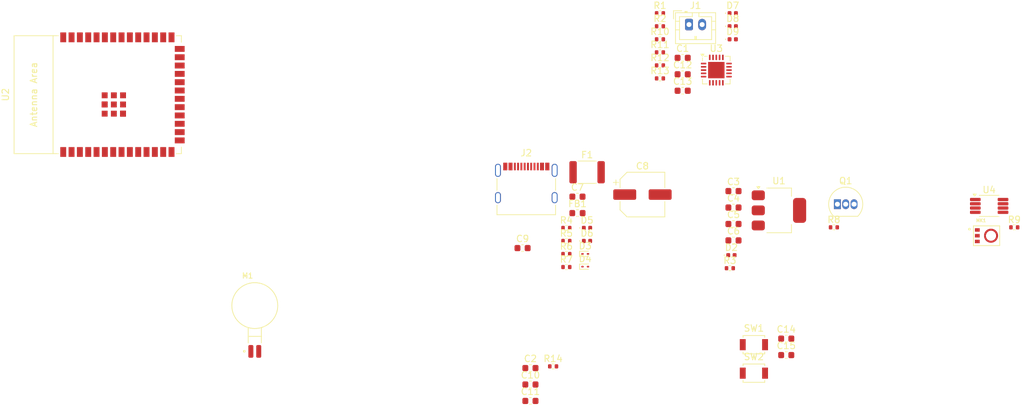
<source format=kicad_pcb>
(kicad_pcb (version 20240108) (generator "pcbnew") (generator_version "8.0")
  (layers (0 "F.Cu" signal) (31 "B.Cu" signal) (34 "B.Paste" user) (35 "F.Paste" user) (36 "B.SilkS" user "B.Silkscreen") (37 "F.SilkS" user "F.Silkscreen") (38 "B.Mask" user) (39 "F.Mask" user) (44 "Edge.Cuts" user))
  (net 0 "")
  (net 1 "PWRU_IN")
  (net 2 "Net-(C8-Pad1)")
  (net 3 "USBC_D.N")
  (net 4 "USBC_D.P")
  (net 5 "Net-(D5-A)")
  (net 6 "Net-(M1-V-)")
  (net 7 "GND")
  (net 8 "VCC_3V3")
  (net 9 "Net-(D2-A)")
  (net 10 "OUT+")
  (net 28 "+3V3")
  (net 34 "Net-(D6-A)")
  (net 35 "+5V")
  (net 36 "Net-(J2-CC2)")
  (net 40 "Net-(J2-CC1)")
  (net 44 "+3.3V")
  (net 45 "Net-(Q1-B)")
  (net 46 "OUT-")
  (net 47 "Net-(R9-Pad1)")
  (net 48 "Net-(R9-Pad2)")
  (net 49 "GPIO_2")
  (net 50 "GPIO_3")
  (net 51 "V_SYSTEM")
  (net 52 "Net-(D7-A)")
  (net 53 "Net-(D8-A)")
  (net 54 "Net-(D9-A)")
  (net 55 "Net-(U3-PROG1)")
  (net 56 "Net-(U3-PROG3)")
  (net 57 "Net-(U3-THERM)")
  (net 58 "CHRGING_LED")
  (net 59 "CHRG_COMPLETE")
  (net 62 "GPIO_11")
  (net 63 "GPIO_12")
  (net 64 "GPIO_10")
  (net 65 "GPIO_9")
  (net 66 "GPIO_4")
  (net 67 "GPIO_8")
  (net 68 "GPIO_5")
  (net 69 "V_BATT")
  (net 70 "EN")
  (net 71 "BOOT")
  (footprint "Capacitor_SMD:C_0603_1608Metric" (layer "F.Cu") (at 156.4325 55.14)
    (property "Reference" "C12" (at 0 -1.43 0) (layer "F.SilkS"))
    (property "Value" "4.7u")
    (pad "1" smd roundrect (at -0.775 0) (size 0.9 0.95) (layers "F.Cu" "F.Paste" "F.Mask") (net 51 "V_SYSTEM"))
    (pad "2" smd roundrect (at 0.775 0) (size 0.9 0.95) (layers "F.Cu" "F.Paste" "F.Mask") (net 7 "GND"))
  )
  (footprint "Capacitor_SMD:C_0603_1608Metric" (layer "F.Cu") (at 156.4325 52.63)
    (property "Reference" "C1" (at 0 -1.43 0) (layer "F.SilkS"))
    (property "Value" "4.7u")
    (pad "1" smd roundrect (at -0.775 0) (size 0.9 0.95) (layers "F.Cu" "F.Paste" "F.Mask") (net 69 "V_BATT"))
    (pad "2" smd roundrect (at 0.775 0) (size 0.9 0.95) (layers "F.Cu" "F.Paste" "F.Mask") (net 7 "GND"))
  )
  (footprint "Connector_JST:JST_PH_B2B-PH-K_1x02_P2.00mm_Vertical" (layer "F.Cu") (at 157.4025 47.55)
    (property "Reference" "J1" (at 1 -2.9 0) (layer "F.SilkS"))
    (property "Value" "Conn_01x02_Pin")
    (pad "1" thru_hole roundrect (at 0 0) (size 1.2 1.75) (drill 0.75) (layers "*.Cu" "*.Mask") (roundrect_rratio 0.208333) (net 69 "V_BATT"))
    (pad "2" thru_hole oval (at 2 0) (size 1.2 1.75) (drill 0.75) (layers "*.Cu" "*.Mask") (net 7 "GND"))
  )
  (footprint "Package_DFN_QFN:QFN-20-1EP_4x4mm_P0.5mm_EP2.5x2.5mm" (layer "F.Cu") (at 161.5625 54.5)
    (property "Reference" "U3" (at 0 -3.3 0) (layer "F.SilkS"))
    (property "Value" "MCP73871")
    (pad "1" smd roundrect (at -1.9375 -1) (size 0.825 0.25) (layers "F.Cu" "F.Paste" "F.Mask") (net 51 "V_SYSTEM"))
    (pad "2" smd roundrect (at -1.9375 -0.5) (size 0.825 0.25) (layers "F.Cu" "F.Paste" "F.Mask") (net 1 "PWRU_IN"))
    (pad "3" smd roundrect (at -1.9375 0) (size 0.825 0.25) (layers "F.Cu" "F.Paste" "F.Mask") (net 7 "GND"))
    (pad "4" smd roundrect (at -1.9375 0.5) (size 0.825 0.25) (layers "F.Cu" "F.Paste" "F.Mask") (net 1 "PWRU_IN"))
    (pad "5" smd roundrect (at -1.9375 1) (size 0.825 0.25) (layers "F.Cu" "F.Paste" "F.Mask") (net 57 "Net-(U3-THERM)"))
    (pad "6" smd roundrect (at -1 1.9375) (size 0.25 0.825) (layers "F.Cu" "F.Paste" "F.Mask") (net 67 "GPIO_8"))
    (pad "7" smd roundrect (at -0.5 1.9375) (size 0.25 0.825) (layers "F.Cu" "F.Paste" "F.Mask") (net 59 "CHRG_COMPLETE"))
    (pad "8" smd roundrect (at 0 1.9375) (size 0.25 0.825) (layers "F.Cu" "F.Paste" "F.Mask") (net 58 "CHRGING_LED"))
    (pad "9" smd roundrect (at 0.5 1.9375) (size 0.25 0.825) (layers "F.Cu" "F.Paste" "F.Mask"))
    (pad "10" smd roundrect (at 1 1.9375) (size 0.25 0.825) (layers "F.Cu" "F.Paste" "F.Mask") (net 7 "GND"))
    (pad "11" smd roundrect (at 1.9375 1) (size 0.825 0.25) (layers "F.Cu" "F.Paste" "F.Mask") (net 7 "GND"))
    (pad "12" smd roundrect (at 1.9375 0.5) (size 0.825 0.25) (layers "F.Cu" "F.Paste" "F.Mask") (net 56 "Net-(U3-PROG3)"))
    (pad "13" smd roundrect (at 1.9375 0) (size 0.825 0.25) (layers "F.Cu" "F.Paste" "F.Mask") (net 55 "Net-(U3-PROG1)"))
    (pad "14" smd roundrect (at 1.9375 -0.5) (size 0.825 0.25) (layers "F.Cu" "F.Paste" "F.Mask") (net 69 "V_BATT"))
    (pad "15" smd roundrect (at 1.9375 -1) (size 0.825 0.25) (layers "F.Cu" "F.Paste" "F.Mask") (net 69 "V_BATT"))
    (pad "16" smd roundrect (at 1 -1.9375) (size 0.25 0.825) (layers "F.Cu" "F.Paste" "F.Mask") (net 69 "V_BATT"))
    (pad "17" smd roundrect (at 0.5 -1.9375) (size 0.25 0.825) (layers "F.Cu" "F.Paste" "F.Mask"))
    (pad "18" smd roundrect (at 0 -1.9375) (size 0.25 0.825) (layers "F.Cu" "F.Paste" "F.Mask") (net 1 "PWRU_IN"))
    (pad "19" smd roundrect (at -0.5 -1.9375) (size 0.25 0.825) (layers "F.Cu" "F.Paste" "F.Mask") (net 1 "PWRU_IN"))
    (pad "20" smd roundrect (at -1 -1.9375) (size 0.25 0.825) (layers "F.Cu" "F.Paste" "F.Mask") (net 51 "V_SYSTEM"))
    (pad "21" smd rect (at 0 0) (size 2.5 2.5) (property pad_prop_heatsink) (layers "F.Cu" "F.Mask") (net 7 "GND"))
  )
  (footprint "Package_TO_SOT_SMD:SOT-223-3_TabPin2" (layer "F.Cu") (at 171.11 75.915)
    (property "Reference" "U1" (at 0 -4.5 0) (layer "F.SilkS"))
    (property "Value" "AMS1117-3.3")
    (pad "1" smd roundrect (at -3.15 -2.3) (size 2 1.5) (layers "F.Cu" "F.Paste" "F.Mask") (net 7 "GND"))
    (pad "2" smd roundrect (at -3.15 0) (size 2 1.5) (layers "F.Cu" "F.Paste" "F.Mask") (net 8 "VCC_3V3"))
    (pad "2" smd roundrect (at 3.15 0) (size 2 3.8) (layers "F.Cu" "F.Paste" "F.Mask") (net 8 "VCC_3V3"))
    (pad "3" smd roundrect (at -3.15 2.3) (size 2 1.5) (layers "F.Cu" "F.Paste" "F.Mask") (net 69 "V_BATT"))
  )
  (footprint "Resistor_SMD:R_0402_1005Metric" (layer "F.Cu") (at 206.99 78.5)
    (property "Reference" "R9" (at 0 -1.17 0) (layer "F.SilkS"))
    (property "Value" "10k")
    (pad "1" smd roundrect (at -0.51 0) (size 0.54 0.64) (layers "F.Cu" "F.Paste" "F.Mask") (net 47 "Net-(R9-Pad1)"))
    (pad "2" smd roundrect (at 0.51 0) (size 0.54 0.64) (layers "F.Cu" "F.Paste" "F.Mask") (net 48 "Net-(R9-Pad2)"))
  )
  (footprint "Package_TO_SOT_THT:TO-92_Inline" (layer "F.Cu") (at 180.02 74.97)
    (property "Reference" "Q1" (at 1.27 -3.56 0) (layer "F.SilkS"))
    (property "Value" "2N3904")
    (pad "1" thru_hole rect (at 0 0) (size 1.05 1.5) (drill 0.75) (layers "*.Cu" "*.Mask") (net 7 "GND"))
    (pad "2" thru_hole oval (at 1.27 0) (size 1.05 1.5) (drill 0.75) (layers "*.Cu" "*.Mask") (net 45 "Net-(Q1-B)"))
    (pad "3" thru_hole oval (at 2.54 0) (size 1.05 1.5) (drill 0.75) (layers "*.Cu" "*.Mask") (net 6 "Net-(M1-V-)"))
  )
  (footprint "Resistor_SMD:R_0402_1005Metric" (layer "F.Cu") (at 138.705 84.56)
    (property "Reference" "R7" (at 0 -1.17 0) (layer "F.SilkS"))
    (property "Value" "70")
    (pad "1" smd roundrect (at -0.51 0) (size 0.54 0.64) (layers "F.Cu" "F.Paste" "F.Mask") (net 44 "+3.3V"))
    (pad "2" smd roundrect (at 0.51 0) (size 0.54 0.64) (layers "F.Cu" "F.Paste" "F.Mask") (net 34 "Net-(D6-A)"))
  )
  (footprint "Resistor_SMD:R_0402_1005Metric" (layer "F.Cu") (at 138.705 78.59)
    (property "Reference" "R4" (at 0 -1.17 0) (layer "F.SilkS"))
    (property "Value" "5.1k")
    (pad "1" smd roundrect (at -0.51 0) (size 0.54 0.64) (layers "F.Cu" "F.Paste" "F.Mask") (net 36 "Net-(J2-CC2)"))
    (pad "2" smd roundrect (at 0.51 0) (size 0.54 0.64) (layers "F.Cu" "F.Paste" "F.Mask") (net 7 "GND"))
  )
  (footprint "Resistor_SMD:R_0402_1005Metric" (layer "F.Cu") (at 179.49 78.5)
    (property "Reference" "R8" (at 0 -1.17 0) (layer "F.SilkS"))
    (property "Value" "150")
    (pad "1" smd roundrect (at -0.51 0) (size 0.54 0.64) (layers "F.Cu" "F.Paste" "F.Mask") (net 50 "GPIO_3"))
    (pad "2" smd roundrect (at 0.51 0) (size 0.54 0.64) (layers "F.Cu" "F.Paste" "F.Mask") (net 45 "Net-(Q1-B)"))
  )
  (footprint "PCM_Espressif:ESP32-S3-WROOM-1" (layer "F.Cu") (at 70.26 58.25 90)
    (property "Reference" "U2" (at 0 -17.05 90) (layer "F.SilkS"))
    (property "Value" "ESP32-S3-WROOM-1")
    (fp_text user "Antenna Area" (at 0 -12.75 90) (layer "F.SilkS"))
    (pad "1" smd rect (at -8.75 -8.26 90) (size 1.5 0.9) (layers "F.Cu" "F.Paste" "F.Mask") (net 7 "GND"))
    (pad "2" smd rect (at -8.75 -6.99 90) (size 1.5 0.9) (layers "F.Cu" "F.Paste" "F.Mask") (net 8 "VCC_3V3"))
    (pad "3" smd rect (at -8.75 -5.72 90) (size 1.5 0.9) (layers "F.Cu" "F.Paste" "F.Mask") (net 70 "EN"))
    (pad "4" smd rect (at -8.75 -4.45 90) (size 1.5 0.9) (layers "F.Cu" "F.Paste" "F.Mask") (net 66 "GPIO_4"))
    (pad "5" smd rect (at -8.75 -3.18 90) (size 1.5 0.9) (layers "F.Cu" "F.Paste" "F.Mask") (net 68 "GPIO_5"))
    (pad "6" smd rect (at -8.75 -1.91 90) (size 1.5 0.9) (layers "F.Cu" "F.Paste" "F.Mask") (net 58 "CHRGING_LED"))
    (pad "7" smd rect (at -8.75 -0.64 90) (size 1.5 0.9) (layers "F.Cu" "F.Paste" "F.Mask") (net 59 "CHRG_COMPLETE"))
    (pad "8" smd rect (at -8.75 0.63 90) (size 1.5 0.9) (layers "F.Cu" "F.Paste" "F.Mask"))
    (pad "9" smd rect (at -8.75 1.9 90) (size 1.5 0.9) (layers "F.Cu" "F.Paste" "F.Mask"))
    (pad "10" smd rect (at -8.75 3.17 90) (size 1.5 0.9) (layers "F.Cu" "F.Paste" "F.Mask"))
    (pad "11" smd rect (at -8.75 4.44 90) (size 1.5 0.9) (layers "F.Cu" "F.Paste" "F.Mask"))
    (pad "12" smd rect (at -8.75 5.71 90) (size 1.5 0.9) (layers "F.Cu" "F.Paste" "F.Mask") (net 67 "GPIO_8"))
    (pad "13" smd rect (at -8.75 6.98 90) (size 1.5 0.9) (layers "F.Cu" "F.Paste" "F.Mask") (net 3 "USBC_D.N"))
    (pad "14" smd rect (at -8.75 8.25 90) (size 1.5 0.9) (layers "F.Cu" "F.Paste" "F.Mask") (net 4 "USBC_D.P"))
    (pad "15" smd rect (at -6.985 9.5 180) (size 1.5 0.9) (layers "F.Cu" "F.Paste" "F.Mask") (net 50 "GPIO_3"))
    (pad "16" smd rect (at -5.715 9.5 180) (size 1.5 0.9) (layers "F.Cu" "F.Paste" "F.Mask"))
    (pad "17" smd rect (at -4.445 9.5 180) (size 1.5 0.9) (layers "F.Cu" "F.Paste" "F.Mask") (net 65 "GPIO_9"))
    (pad "18" smd rect (at -3.175 9.5 180) (size 1.5 0.9) (layers "F.Cu" "F.Paste" "F.Mask") (net 64 "GPIO_10"))
    (pad "19" smd rect (at -1.905 9.5 180) (size 1.5 0.9) (layers "F.Cu" "F.Paste" "F.Mask") (net 62 "GPIO_11"))
    (pad "20" smd rect (at -0.635 9.5 180) (size 1.5 0.9) (layers "F.Cu" "F.Paste" "F.Mask") (net 63 "GPIO_12"))
    (pad "21" smd rect (at 0.635 9.5 180) (size 1.5 0.9) (layers "F.Cu" "F.Paste" "F.Mask"))
    (pad "22" smd rect (at 1.905 9.5 180) (size 1.5 0.9) (layers "F.Cu" "F.Paste" "F.Mask"))
    (pad "23" smd rect (at 3.175 9.5 180) (size 1.5 0.9) (layers "F.Cu" "F.Paste" "F.Mask"))
    (pad "24" smd rect (at 4.445 9.5 180) (size 1.5 0.9) (layers "F.Cu" "F.Paste" "F.Mask"))
    (pad "25" smd rect (at 5.715 9.5 180) (size 1.5 0.9) (layers "F.Cu" "F.Paste" "F.Mask"))
    (pad "26" smd rect (at 6.985 9.5 180) (size 1.5 0.9) (layers "F.Cu" "F.Paste" "F.Mask"))
    (pad "27" smd rect (at 8.75 8.25 270) (size 1.5 0.9) (layers "F.Cu" "F.Paste" "F.Mask") (net 71 "BOOT"))
    (pad "28" smd rect (at 8.75 6.98 270) (size 1.5 0.9) (layers "F.Cu" "F.Paste" "F.Mask"))
    (pad "29" smd rect (at 8.75 5.71 270) (size 1.5 0.9) (layers "F.Cu" "F.Paste" "F.Mask"))
    (pad "30" smd rect (at 8.75 4.44 270) (size 1.5 0.9) (layers "F.Cu" "F.Paste" "F.Mask"))
    (pad "31" smd rect (at 8.75 3.17 270) (size 1.5 0.9) (layers "F.Cu" "F.Paste" "F.Mask"))
    (pad "32" smd rect (at 8.75 1.9 270) (size 1.5 0.9) (layers "F.Cu" "F.Paste" "F.Mask"))
    (pad "33" smd rect (at 8.75 0.63 270) (size 1.5 0.9) (layers "F.Cu" "F.Paste" "F.Mask"))
    (pad "34" smd rect (at 8.75 -0.64 270) (size 1.5 0.9) (layers "F.Cu" "F.Paste" "F.Mask"))
    (pad "35" smd rect (at 8.75 -1.91 270) (size 1.5 0.9) (layers "F.Cu" "F.Paste" "F.Mask"))
    (pad "36" smd rect (at 8.75 -3.18 270) (size 1.5 0.9) (layers "F.Cu" "F.Paste" "F.Mask"))
    (pad "37" smd rect (at 8.75 -4.45 270) (size 1.5 0.9) (layers "F.Cu" "F.Paste" "F.Mask"))
    (pad "38" smd rect (at 8.75 -5.72 270) (size 1.5 0.9) (layers "F.Cu" "F.Paste" "F.Mask") (net 49 "GPIO_2"))
    (pad "39" smd rect (at 8.75 -6.99 270) (size 1.5 0.9) (layers "F.Cu" "F.Paste" "F.Mask"))
    (pad "40" smd rect (at 8.75 -8.26 270) (size 1.5 0.9) (layers "F.Cu" "F.Paste" "F.Mask") (net 7 "GND"))
    (pad "41" smd rect (at -2.9 -1.94 270) (size 0.9 0.9) (layers "F.Cu" "F.Paste" "F.Mask") (net 7 "GND"))
    (pad "41" smd rect (at -2.9 -0.54 270) (size 0.9 0.9) (layers "F.Cu" "F.Paste" "F.Mask") (net 7 "GND"))
    (pad "41" smd rect (at -2.9 0.86 270) (size 0.9 0.9) (layers "F.Cu" "F.Paste" "F.Mask") (net 7 "GND"))
    (pad "41" smd rect (at -2.9 0.86 270) (size 0.9 0.9) (layers "F.Cu" "F.Paste" "F.Mask") (net 7 "GND"))
    (pad "41" smd rect (at -1.5 -1.94 270) (size 0.9 0.9) (layers "F.Cu" "F.Paste" "F.Mask") (net 7 "GND"))
    (pad "41" smd rect (at -1.5 -1.94 270) (size 0.9 0.9) (layers "F.Cu" "F.Paste" "F.Mask") (net 7 "GND"))
    (pad "41" smd rect (at -1.5 -0.54 270) (size 0.9 0.9) (layers "F.Cu" "F.Paste" "F.Mask") (net 7 "GND"))
    (pad "41" smd rect (at -1.5 0.86 270) (size 0.9 0.9) (layers "F.Cu" "F.Paste" "F.Mask") (net 7 "GND"))
    (pad "41" smd rect (at -0.1 -1.94 270) (size 0.9 0.9) (layers "F.Cu" "F.Paste" "F.Mask") (net 7 "GND"))
    (pad "41" smd rect (at -0.1 -0.54 270) (size 0.9 0.9) (layers "F.Cu" "F.Paste" "F.Mask") (net 7 "GND"))
    (pad "41" smd rect (at -0.1 0.86 270) (size 0.9 0.9) (layers "F.Cu" "F.Paste" "F.Mask") (net 7 "GND"))
  )
  (footprint "Capacitor_SMD:C_0603_1608Metric" (layer "F.Cu") (at 172.225 95.49)
    (property "Reference" "C14" (at 0 -1.43 0) (layer "F.SilkS"))
    (property "Value" ".1u")
    (pad "1" smd roundrect (at -0.775 0) (size 0.9 0.95) (layers "F.Cu" "F.Paste" "F.Mask") (net 7 "GND"))
    (pad "2" smd roundrect (at 0.775 0) (size 0.9 0.95) (layers "F.Cu" "F.Paste" "F.Mask") (net 71 "BOOT"))
  )
  (footprint "Resistor_SMD:R_0402_1005Metric" (layer "F.Cu") (at 152.9725 51.79)
    (property "Reference" "R11" (at 0 -1.17 0) (layer "F.SilkS"))
    (property "Value" "R")
    (pad "1" smd roundrect (at -0.51 0) (size 0.54 0.64) (layers "F.Cu" "F.Paste" "F.Mask") (net 58 "CHRGING_LED"))
    (pad "2" smd roundrect (at 0.51 0) (size 0.54 0.64) (layers "F.Cu" "F.Paste" "F.Mask") (net 52 "Net-(D7-A)"))
  )
  (footprint "Resistor_SMD:R_0402_1005Metric" (layer "F.Cu") (at 152.9725 55.77)
    (property "Reference" "R13" (at 0 -1.17 0) (layer "F.SilkS"))
    (property "Value" "R")
    (pad "1" smd roundrect (at -0.51 0) (size 0.54 0.64) (layers "F.Cu" "F.Paste" "F.Mask") (net 67 "GPIO_8"))
    (pad "2" smd roundrect (at 0.51 0) (size 0.54 0.64) (layers "F.Cu" "F.Paste" "F.Mask") (net 54 "Net-(D9-A)"))
  )
  (footprint "Capacitor_SMD:C_0603_1608Metric" (layer "F.Cu") (at 132.025 81.67)
    (property "Reference" "C9" (at 0 -1.43 0) (layer "F.SilkS"))
    (property "Value" "4.7u")
    (pad "1" smd roundrect (at -0.775 0) (size 0.9 0.95) (layers "F.Cu" "F.Paste" "F.Mask") (net 2 "Net-(C8-Pad1)"))
    (pad "2" smd roundrect (at 0.775 0) (size 0.9 0.95) (layers "F.Cu" "F.Paste" "F.Mask") (net 7 "GND"))
  )
  (footprint "Capacitor_SMD:C_0603_1608Metric" (layer "F.Cu") (at 164.18 75.48)
    (property "Reference" "C4" (at 0 -1.43 0) (layer "F.SilkS"))
    (property "Value" ".1u")
    (pad "1" smd roundrect (at -0.775 0) (size 0.9 0.95) (layers "F.Cu" "F.Paste" "F.Mask") (net 69 "V_BATT"))
    (pad "2" smd roundrect (at 0.775 0) (size 0.9 0.95) (layers "F.Cu" "F.Paste" "F.Mask") (net 7 "GND"))
  )
  (footprint "LED_SMD:LED_0402_1005Metric" (layer "F.Cu") (at 164.0675 45.82)
    (property "Reference" "D7" (at 0 -1.17 0) (layer "F.SilkS"))
    (property "Value" "LED")
    (pad "1" smd roundrect (at -0.485 0) (size 0.59 0.64) (layers "F.Cu" "F.Paste" "F.Mask") (net 7 "GND"))
    (pad "2" smd roundrect (at 0.485 0) (size 0.59 0.64) (layers "F.Cu" "F.Paste" "F.Mask") (net 52 "Net-(D7-A)"))
  )
  (footprint "LED_SMD:LED_0402_1005Metric" (layer "F.Cu") (at 164.0675 49.8)
    (property "Reference" "D9" (at 0 -1.17 0) (layer "F.SilkS"))
    (property "Value" "LED")
    (pad "1" smd roundrect (at -0.485 0) (size 0.59 0.64) (layers "F.Cu" "F.Paste" "F.Mask") (net 7 "GND"))
    (pad "2" smd roundrect (at 0.485 0) (size 0.59 0.64) (layers "F.Cu" "F.Paste" "F.Mask") (net 54 "Net-(D9-A)"))
  )
  (footprint "Capacitor_SMD:C_0603_1608Metric" (layer "F.Cu") (at 133.225 105)
    (property "Reference" "C11" (at 0 -1.43 0) (layer "F.SilkS"))
    (property "Value" ".1u")
    (pad "1" smd roundrect (at -0.775 0) (size 0.9 0.95) (layers "F.Cu" "F.Paste" "F.Mask") (net 8 "VCC_3V3"))
    (pad "2" smd roundrect (at 0.775 0) (size 0.9 0.95) (layers "F.Cu" "F.Paste" "F.Mask") (net 7 "GND"))
  )
  (footprint "Diode_SMD:D_SOD-923" (layer "F.Cu") (at 141.58 82.55)
    (property "Reference" "D3" (at 0 -1.2 0) (layer "F.SilkS"))
    (property "Value" "ESD9B5.0ST5G")
    (pad "1" smd roundrect (at -0.42 0 180) (size 0.36 0.25) (layers "F.Cu" "F.Paste" "F.Mask") (net 7 "GND"))
    (pad "2" smd roundrect (at 0.42 0 180) (size 0.36 0.25) (layers "F.Cu" "F.Paste" "F.Mask") (net 3 "USBC_D.N"))
  )
  (footprint "Capacitor_SMD:C_0603_1608Metric" (layer "F.Cu") (at 133.225 102.49)
    (property "Reference" "C10" (at 0 -1.43 0) (layer "F.SilkS"))
    (property "Value" "10uf")
    (pad "1" smd roundrect (at -0.775 0) (size 0.9 0.95) (layers "F.Cu" "F.Paste" "F.Mask") (net 8 "VCC_3V3"))
    (pad "2" smd roundrect (at 0.775 0) (size 0.9 0.95) (layers "F.Cu" "F.Paste" "F.Mask") (net 7 "GND"))
  )
  (footprint "Connector_USB:USB_C_Receptacle_Palconn_UTC16-G" (layer "F.Cu") (at 132.595 71.73)
    (property "Reference" "J2" (at 0 -4.58 0) (layer "F.SilkS"))
    (property "Value" "USB_C_Receptacle_USB2.0_16P")
    (pad "" np_thru_hole circle (at -2.89 -1.45 180) (size 0.6 0.6) (drill 0.6) (layers "*.Cu" "*.Mask"))
    (pad "" np_thru_hole circle (at 2.89 -1.45 180) (size 0.6 0.6) (drill 0.6) (layers "*.Cu" "*.Mask"))
    (pad "A1" smd rect (at -3.2 -2.51) (size 0.6 1.16) (layers "F.Cu" "F.Paste" "F.Mask") (net 7 "GND"))
    (pad "A4" smd rect (at -2.4 -2.51) (size 0.6 1.16) (layers "F.Cu" "F.Paste" "F.Mask") (net 1 "PWRU_IN"))
    (pad "A5" smd rect (at -1.25 -2.51 180) (size 0.3 1.16) (layers "F.Cu" "F.Paste" "F.Mask") (net 40 "Net-(J2-CC1)"))
    (pad "A6" smd rect (at -0.25 -2.51 180) (size 0.3 1.16) (layers "F.Cu" "F.Paste" "F.Mask") (net 4 "USBC_D.P"))
    (pad "A7" smd rect (at 0.25 -2.51 180) (size 0.3 1.16) (layers "F.Cu" "F.Paste" "F.Mask") (net 3 "USBC_D.N"))
    (pad "A8" smd rect (at 1.25 -2.51 180) (size 0.3 1.16) (layers "F.Cu" "F.Paste" "F.Mask"))
    (pad "A9" smd rect (at 2.4 -2.51) (size 0.6 1.16) (layers "F.Cu" "F.Paste" "F.Mask") (net 1 "PWRU_IN"))
    (pad "A12" smd rect (at 3.2 -2.51) (size 0.6 1.16) (layers "F.Cu" "F.Paste" "F.Mask") (net 7 "GND"))
    (pad "B1" smd rect (at 3.2 -2.51) (size 0.6 1.16) (layers "F.Cu" "F.Paste" "F.Mask") (net 7 "GND"))
    (pad "B4" smd rect (at 2.4 -2.51) (size 0.6 1.16) (layers "F.Cu" "F.Paste" "F.Mask") (net 1 "PWRU_IN"))
    (pad "B5" smd rect (at 1.75 -2.51 180) (size 0.3 1.16) (layers "F.Cu" "F.Paste" "F.Mask") (net 36 "Net-(J2-CC2)"))
    (pad "B6" smd rect (at 0.75 -2.51 180) (size 0.3 1.16) (layers "F.Cu" "F.Paste" "F.Mask") (net 4 "USBC_D.P"))
    (pad "B7" smd rect (at -0.75 -2.51 180) (size 0.3 1.16) (layers "F.Cu" "F.Paste" "F.Mask") (net 3 "USBC_D.N"))
    (pad "B8" smd rect (at -1.75 -2.51 180) (size 0.3 1.16) (layers "F.Cu" "F.Paste" "F.Mask"))
    (pad "B9" smd rect (at -2.4 -2.51) (size 0.6 1.16) (layers "F.Cu" "F.Paste" "F.Mask") (net 1 "PWRU_IN"))
    (pad "B12" smd rect (at -3.2 -2.51) (size 0.6 1.16) (layers "F.Cu" "F.Paste" "F.Mask") (net 7 "GND"))
    (pad "S1" thru_hole oval (at -4.32 -1.93 90) (size 2 0.9) (drill oval 1.7 0.6) (property pad_prop_heatsink) (layers "*.Cu" "*.Mask"))
    (pad "S1" thru_hole oval (at -4.32 2.24 90) (size 1.7 0.9) (drill oval 1.4 0.6) (property pad_prop_heatsink) (layers "*.Cu" "*.Mask"))
    (pad "S1" thru_hole oval (at 4.32 -1.93 90) (size 2 0.9) (drill oval 1.7 0.6) (property pad_prop_heatsink) (layers "*.Cu" "*.Mask"))
    (pad "S1" thru_hole oval (at 4.32 2.24 90) (size 1.7 0.9) (drill oval 1.4 0.6) (property pad_prop_heatsink) (layers "*.Cu" "*.Mask"))
  )
  (footprint "Resistor_SMD:R_0402_1005Metric" (layer "F.Cu") (at 152.9725 49.8)
    (property "Reference" "R10" (at 0 -1.17 0) (layer "F.SilkS"))
    (property "Value" "10k")
    (pad "1" smd roundrect (at -0.51 0) (size 0.54 0.64) (layers "F.Cu" "F.Paste" "F.Mask") (net 57 "Net-(U3-THERM)"))
    (pad "2" smd roundrect (at 0.51 0) (size 0.54 0.64) (layers "F.Cu" "F.Paste" "F.Mask") (net 7 "GND"))
  )
  (footprint "Capacitor_SMD:C_0603_1608Metric" (layer "F.Cu") (at 164.18 80.5)
    (property "Reference" "C6" (at 0 -1.43 0) (layer "F.SilkS"))
    (property "Value" ".1u")
    (pad "1" smd roundrect (at -0.775 0) (size 0.9 0.95) (layers "F.Cu" "F.Paste" "F.Mask") (net 8 "VCC_3V3"))
    (pad "2" smd roundrect (at 0.775 0) (size 0.9 0.95) (layers "F.Cu" "F.Paste" "F.Mask") (net 7 "GND"))
  )
  (footprint "ICS-40720:MIC_ICS-40720" (layer "F.Cu") (at 203.445 79.78)
    (property "Reference" "MK1" (at -1.523893 -2.316798 0) (layer "F.SilkS") (effects (font (size 0.4825 0.4825))))
    (property "Value" "ICS-40720")
    (pad "" np_thru_hole circle (at 0 0) (size 1 1) (drill 1) (layers "*.Cu" "*.Mask"))
    (pad "1" smd rect (at -2.09 -0.88) (size 0.73 0.53) (layers "F.Cu" "F.Mask") (net 8 "VCC_3V3"))
    (pad "2" smd rect (at -2.09 0) (size 0.73 0.53) (layers "F.Cu" "F.Mask") (net 46 "OUT-"))
    (pad "3" smd rect (at -2.09 0.88) (size 0.73 0.53) (layers "F.Cu" "F.Mask") (net 10 "OUT+"))
    (pad "4" smd custom (at 0.94 0.01) (size 0.1 0.1) (layers "F.Cu") (net 7 "GND") (options (clearance outline) (anchor rect)) (primitives (gr_poly (pts (xy -2.01 0) (xy -1.71 0) (xy -1.71 0.01) (xy -1.709 0.054) (xy -1.706 0.093) (xy -1.701 0.132) (xy -1.694 0.17) (xy -1.685 0.208) (xy -1.674 0.245) (xy -1.661 0.282) (xy -1.646 0.318) (xy -1.629 0.353) (xy -1.61 0.388) (xy -1.59 0.421) (xy -1.568 0.453) (xy -1.544 0.484) (xy -1.519 0.514) (xy -1.492 0.542) (xy -1.464 0.569) (xy -1.434 0.594) (xy -1.403 0.618) (xy -1.371 0.64) (xy -1.338 0.66) (xy -1.303 0.679) (xy -1.268 0.696) (xy -1.232 0.711) (xy -1.195 0.724) (xy -1.158 0.735) (xy -1.12 0.744) (xy -1.082 0.751) (xy -1.043 0.756) (xy -1.004 0.759) (xy -0.97 0.76) (xy -0.94 0.76) (xy -0.9 0.759) (xy -0.86 0.756) (xy -0.82 0.751) (xy -0.78 0.743) (xy -0.741 0.734) (xy -0.702 0.722) (xy -0.664 0.709) (xy -0.627 0.693) (xy -0.59 0.676) (xy -0.555 0.657) (xy -0.521 0.636) (xy -0.487 0.613) (xy -0.455 0.588) (xy -0.425 0.562) (xy -0.396 0.534) (xy -0.368 0.505) (xy -0.342 0.475) (xy -0.317 0.443) (xy -0.294 0.409) (xy -0.273 0.375) (xy -0.254 0.34) (xy -0.237 0.303) (xy -0.221 0.266) (xy -0.208 0.228) (xy -0.196 0.189) (xy -0.187 0.15) (xy -0.179 0.11) (xy -0.174 0.07) (xy -0.171 0.03) (xy -0.17 -0.01) (xy -0.171 -0.046) (xy -0.174 -0.086) (xy -0.18 -0.126) (xy -0.187 -0.166) (xy -0.196 -0.206) (xy -0.208 -0.244) (xy -0.221 -0.283) (xy -0.237 -0.32) (xy -0.254 -0.357) (xy -0.274 -0.393) (xy -0.295 -0.427) (xy -0.318 -0.461) (xy -0.343 -0.493) (xy -0.369 -0.524) (xy -0.397 -0.553) (xy -0.426 -0.581) (xy -0.457 -0.607) (xy -0.489 -0.632) (xy -0.523 -0.655) (xy -0.557 -0.676) (xy -0.593 -0.696) (xy -0.63 -0.713) (xy -0.667 -0.729) (xy -0.706 -0.742) (xy -0.744 -0.754) (xy -0.784 -0.763) (xy -0.824 -0.77) (xy -0.864 -0.776) (xy -0.904 -0.779) (xy -0.95 -0.78) (xy -0.993 -0.778) (xy -1.032 -0.773) (xy -1.071 -0.767) (xy -1.109 -0.759) (xy -1.147 -0.749) (xy -1.185 -0.737) (xy -1.221 -0.723) (xy -1.257 -0.707) (xy -1.292 -0.69) (xy -1.327 -0.671) (xy -1.36 -0.65) (xy -1.392 -0.628) (xy -1.423 -0.603) (xy -1.453 -0.578) (xy -1.481 -0.551) (xy -1.508 -0.523) (xy -1.533 -0.493) (xy -1.558 -0.462) (xy -1.58 -0.43) (xy -1.601 -0.397) (xy -1.62 -0.362) (xy -1.637 -0.327) (xy -1.653 -0.291) (xy -1.667 -0.255) (xy -1.679 -0.217) (xy -1.689 -0.179) (xy -1.697 -0.141) (xy -1.703 -0.102) (xy -1.708 -0.063) (xy -1.71 -0.02) (xy -2.01 -0.02) (xy -2.009 -0.08) (xy -2.004 -0.135) (xy -1.997 -0.19) (xy -1.987 -0.244) (xy -1.974 -0.298) (xy -1.958 -0.351) (xy -1.94 -0.403) (xy -1.919 -0.454) (xy -1.895 -0.504) (xy -1.869 -0.553) (xy -1.84 -0.6) (xy -1.809 -0.645) (xy -1.775 -0.689) (xy -1.739 -0.731) (xy -1.701 -0.771) (xy -1.661 -0.809) (xy -1.619 -0.845) (xy -1.575 -0.879) (xy -1.53 -0.91) (xy -1.483 -0.939) (xy -1.434 -0.965) (xy -1.384 -0.989) (xy -1.333 -1.01) (xy -1.281 -1.028) (xy -1.228 -1.044) (xy -1.174 -1.057) (xy -1.12 -1.067) (xy -1.065 -1.074) (xy -1.01 -1.079) (xy -0.96 -1.08) (xy -0.93 -1.08) (xy -0.875 -1.079) (xy -0.819 -1.074) (xy -0.764 -1.067) (xy -0.71 -1.057) (xy -0.656 -1.044) (xy -0.602 -1.028) (xy -0.55 -1.01) (xy -0.499 -0.988) (xy -0.449 -0.964) (xy -0.4 -0.938) (xy -0.353 -0.909) (xy -0.307 -0.878) (xy -0.263 -0.844) (xy -0.221 -0.808) (xy -0.18 -0.77) (xy -0.142 -0.729) (xy -0.106 -0.687) (xy -0.072 -0.643) (xy -0.041 -0.597) (xy -0.012 -0.55) (xy 0.014 -0.501) (xy 0.038 -0.451) (xy 0.06 -0.4) (xy 0.078 -0.348) (xy 0.094 -0.294) (xy 0.107 -0.24) (xy 0.117 -0.186) (xy 0.124 -0.131) (xy 0.129 -0.075) (xy 0.13 -0.02) (xy 0.129 0.037) (xy 0.124 0.093) (xy 0.117 0.149) (xy 0.106 0.205) (xy 0.093 0.26) (xy 0.077 0.314) (xy 0.058 0.367) (xy 0.037 0.419) (xy 0.012 0.47) (xy -0.015 0.52) (xy -0.044 0.568) (xy -0.076 0.615) (xy -0.111 0.66) (xy -0.147 0.703) (xy -0.186 0.744) (xy -0.227 0.783) (xy -0.27 0.819) (xy -0.315 0.854) (xy -0.362 0.886) (xy -0.41 0.915) (xy -0.46 0.942) (xy -0.511 0.967) (xy -0.563 0.988) (xy -0.616 1.007) (xy -0.67 1.023) (xy -0.725 1.036) (xy -0.781 1.047) (xy -0.837 1.054) (xy -0.893 1.059) (xy -0.95 1.06) (xy -0.96 1.06) (xy -1.01 1.059) (xy -1.065 1.054) (xy -1.12 1.047) (xy -1.174 1.037) (xy -1.228 1.024) (xy -1.281 1.008) (xy -1.333 0.99) (xy -1.384 0.969) (xy -1.434 0.945) (xy -1.483 0.919) (xy -1.53 0.89) (xy -1.575 0.859) (xy -1.619 0.825) (xy -1.661 0.789) (xy -1.701 0.751) (xy -1.739 0.711) (xy -1.775 0.669) (xy -1.809 0.625) (xy -1.84 0.58) (xy -1.869 0.533) (xy -1.895 0.484) (xy -1.919 0.434) (xy -1.94 0.383) (xy -1.958 0.331) (xy -1.974 0.278) (xy -1.987 0.224) (xy -1.997 0.17) (xy -2.004 0.115) (xy -2.009 0.06) (xy -2.01 0)) (width 0.001) (fill yes))))
  )
  (footprint "Capacitor_SMD:C_0603_1608Metric" (layer "F.Cu") (at 164.18 72.97)
    (property "Reference" "C3" (at 0 -1.43 0) (layer "F.SilkS"))
    (property "Value" "10u")
    (pad "1" smd roundrect (at -0.775 0) (size 0.9 0.95) (layers "F.Cu" "F.Paste" "F.Mask") (net 69 "V_BATT"))
    (pad "2" smd roundrect (at 0.775 0) (size 0.9 0.95) (layers "F.Cu" "F.Paste" "F.Mask") (net 7 "GND"))
  )
  (footprint "Resistor_SMD:R_0402_1005Metric" (layer "F.Cu") (at 152.9725 53.78)
    (property "Reference" "R12" (at 0 -1.17 0) (layer "F.SilkS"))
    (property "Value" "R")
    (pad "1" smd roundrect (at -0.51 0) (size 0.54 0.64) (layers "F.Cu" "F.Paste" "F.Mask") (net 59 "CHRG_COMPLETE"))
    (pad "2" smd roundrect (at 0.51 0) (size 0.54 0.64) (layers "F.Cu" "F.Paste" "F.Mask") (net 53 "Net-(D8-A)"))
  )
  (footprint "Button_Switch_SMD:SW_SPST_B3U-1000P" (layer "F.Cu") (at 167.295 96.41)
    (property "Reference" "SW1" (at 0 -2.5 0) (layer "F.SilkS"))
    (property "Value" "SW_Push")
    (pad "1" smd rect (at -1.7 0) (size 0.9 1.7) (layers "F.Cu" "F.Paste" "F.Mask") (net 7 "GND"))
    (pad "2" smd rect (at 1.7 0) (size 0.9 1.7) (layers "F.Cu" "F.Paste" "F.Mask") (net 71 "BOOT"))
  )
  (footprint "Diode_SMD:D_SOD-923" (layer "F.Cu") (at 141.58 84.5)
    (property "Reference" "D4" (at 0 -1.2 0) (layer "F.SilkS"))
    (property "Value" "ESD9B5.0ST5G")
    (pad "1" smd roundrect (at -0.42 0 180) (size 0.36 0.25) (layers "F.Cu" "F.Paste" "F.Mask") (net 7 "GND"))
    (pad "2" smd roundrect (at 0.42 0 180) (size 0.36 0.25) (layers "F.Cu" "F.Paste" "F.Mask") (net 4 "USBC_D.P"))
  )
  (footprint "LED_SMD:LED_0402_1005Metric" (layer "F.Cu") (at 141.85 78.59)
    (property "Reference" "D5" (at 0 -1.17 0) (layer "F.SilkS"))
    (property "Value" "LED")
    (pad "1" smd roundrect (at -0.485 0) (size 0.59 0.64) (layers "F.Cu" "F.Paste" "F.Mask") (net 7 "GND"))
    (pad "2" smd roundrect (at 0.485 0) (size 0.59 0.64) (layers "F.Cu" "F.Paste" "F.Mask") (net 5 "Net-(D5-A)"))
  )
  (footprint "C0720B001F:XDCR_C0720B001F" (layer "F.Cu") (at 91.205 92.415)
    (property "Reference" "M1" (at -1.10326 -6.51915 0) (layer "F.SilkS") (effects (font (size 0.789717 0.789717))))
    (property "Value" "C0720B001F")
    (pad "1" smd roundrect (at -0.6 5.02) (size 0.76 1.94) (layers "F.Cu" "F.Paste" "F.Mask") (net 28 "+3V3"))
    (pad "2" smd roundrect (at 0.6 5.02) (size 0.76 1.94) (layers "F.Cu" "F.Paste" "F.Mask") (net 6 "Net-(M1-V-)"))
  )
  (footprint "Capacitor_SMD:C_0603_1608Metric" (layer "F.Cu") (at 140.395 73.82)
    (property "Reference" "C7" (at 0 -1.43 0) (layer "F.SilkS"))
    (property "Value" ".01u")
    (pad "1" smd roundrect (at -0.775 0) (size 0.9 0.95) (layers "F.Cu" "F.Paste" "F.Mask") (net 1 "PWRU_IN"))
    (pad "2" smd roundrect (at 0.775 0) (size 0.9 0.95) (layers "F.Cu" "F.Paste" "F.Mask") (net 7 "GND"))
  )
  (footprint "Capacitor_SMD:C_0603_1608Metric" (layer "F.Cu") (at 172.225 98)
    (property "Reference" "C15" (at 0 -1.43 0) (layer "F.SilkS"))
    (property "Value" ".1u")
    (pad "1" smd roundrect (at -0.775 0) (size 0.9 0.95) (layers "F.Cu" "F.Paste" "F.Mask") (net 7 "GND"))
    (pad "2" smd roundrect (at 0.775 0) (size 0.9 0.95) (layers "F.Cu" "F.Paste" "F.Mask") (net 70 "EN"))
  )
  (footprint "Package_SO:VSSOP-8_3x3mm_P0.65mm" (layer "F.Cu") (at 203.16 75.23)
    (property "Reference" "U4" (at 0 -2.45 0) (layer "F.SilkS"))
    (property "Value" "INA333xxDGK")
    (pad "1" smd roundrect (at -2.1125 -0.975) (size 1.625 0.5) (layers "F.Cu" "F.Paste" "F.Mask") (net 48 "Net-(R9-Pad2)"))
    (pad "2" smd roundrect (at -2.1125 -0.325) (size 1.625 0.5) (layers "F.Cu" "F.Paste" "F.Mask") (net 46 "OUT-"))
    (pad "3" smd roundrect (at -2.1125 0.325) (size 1.625 0.5) (layers "F.Cu" "F.Paste" "F.Mask") (net 10 "OUT+"))
    (pad "4" smd roundrect (at -2.1125 0.975) (size 1.625 0.5) (layers "F.Cu" "F.Paste" "F.Mask") (net 7 "GND"))
    (pad "5" smd roundrect (at 2.1125 0.975) (size 1.625 0.5) (layers "F.Cu" "F.Paste" "F.Mask") (net 7 "GND"))
    (pad "6" smd roundrect (at 2.1125 0.325) (size 1.625 0.5) (layers "F.Cu" "F.Paste" "F.Mask") (net 49 "GPIO_2"))
    (pad "7" smd roundrect (at 2.1125 -0.325) (size 1.625 0.5) (layers "F.Cu" "F.Paste" "F.Mask") (net 8 "VCC_3V3"))
    (pad "8" smd roundrect (at 2.1125 -0.975) (size 1.625 0.5) (layers "F.Cu" "F.Paste" "F.Mask") (net 47 "Net-(R9-Pad1)"))
  )
  (footprint "Button_Switch_SMD:SW_SPST_B3U-1000P" (layer "F.Cu") (at 167.295 100.76)
    (property "Reference" "SW2" (at 0 -2.5 0) (layer "F.SilkS"))
    (property "Value" "SW_Push")
    (pad "1" smd rect (at -1.7 0) (size 0.9 1.7) (layers "F.Cu" "F.Paste" "F.Mask") (net 7 "GND"))
    (pad "2" smd rect (at 1.7 0) (size 0.9 1.7) (layers "F.Cu" "F.Paste" "F.Mask") (net 70 "EN"))
  )
  (footprint "Inductor_SMD:L_0603_1608Metric" (layer "F.Cu") (at 140.395 76.33)
    (property "Reference" "FB1" (at 0 -1.43 0) (layer "F.SilkS"))
    (property "Value" "120")
    (pad "1" smd roundrect (at -0.7875 0) (size 0.875 0.95) (layers "F.Cu" "F.Paste" "F.Mask") (net 1 "PWRU_IN"))
    (pad "2" smd roundrect (at 0.7875 0) (size 0.875 0.95) (layers "F.Cu" "F.Paste" "F.Mask") (net 2 "Net-(C8-Pad1)"))
  )
  (footprint "Capacitor_SMD:C_0603_1608Metric" (layer "F.Cu") (at 164.18 77.99)
    (property "Reference" "C5" (at 0 -1.43 0) (layer "F.SilkS"))
    (property "Value" "10u")
    (pad "1" smd roundrect (at -0.775 0) (size 0.9 0.95) (layers "F.Cu" "F.Paste" "F.Mask") (net 8 "VCC_3V3"))
    (pad "2" smd roundrect (at 0.775 0) (size 0.9 0.95) (layers "F.Cu" "F.Paste" "F.Mask") (net 7 "GND"))
  )
  (footprint "Capacitor_SMD:C_0603_1608Metric" (layer "F.Cu") (at 133.225 99.98)
    (property "Reference" "C2" (at 0 -1.43 0) (layer "F.SilkS"))
    (property "Value" "1u")
    (pad "1" smd roundrect (at -0.775 0) (size 0.9 0.95) (layers "F.Cu" "F.Paste" "F.Mask") (net 70 "EN"))
    (pad "2" smd roundrect (at 0.775 0) (size 0.9 0.95) (layers "F.Cu" "F.Paste" "F.Mask") (net 7 "GND"))
  )
  (footprint "LED_SMD:LED_0402_1005Metric" (layer "F.Cu") (at 163.865 82.75)
    (property "Reference" "D2" (at 0 -1.17 0) (layer "F.SilkS"))
    (property "Value" "LED")
    (pad "1" smd roundrect (at -0.485 0) (size 0.59 0.64) (layers "F.Cu" "F.Paste" "F.Mask") (net 7 "GND"))
    (pad "2" smd roundrect (at 0.485 0) (size 0.59 0.64) (layers "F.Cu" "F.Paste" "F.Mask") (net 9 "Net-(D2-A)"))
  )
  (footprint "Resistor_SMD:R_0402_1005Metric" (layer "F.Cu") (at 138.705 82.57)
    (property "Reference" "R6" (at 0 -1.17 0) (layer "F.SilkS"))
    (property "Value" "155")
    (pad "1" smd roundrect (at -0.51 0) (size 0.54 0.64) (layers "F.Cu" "F.Paste" "F.Mask") (net 35 "+5V"))
    (pad "2" smd roundrect (at 0.51 0) (size 0.54 0.64) (layers "F.Cu" "F.Paste" "F.Mask") (net 5 "Net-(D5-A)"))
  )
  (footprint "Resistor_SMD:R_0402_1005Metric" (layer "F.Cu") (at 152.9725 45.82)
    (property "Reference" "R1" (at 0 -1.17 0) (layer "F.SilkS"))
    (property "Value" "1k")
    (pad "1" smd roundrect (at -0.51 0) (size 0.54 0.64) (layers "F.Cu" "F.Paste" "F.Mask") (net 55 "Net-(U3-PROG1)"))
    (pad "2" smd roundrect (at 0.51 0) (size 0.54 0.64) (layers "F.Cu" "F.Paste" "F.Mask") (net 7 "GND"))
  )
  (footprint "LED_SMD:LED_0402_1005Metric" (layer "F.Cu") (at 164.0675 47.81)
    (property "Reference" "D8" (at 0 -1.17 0) (layer "F.SilkS"))
    (property "Value" "LED")
    (pad "1" smd roundrect (at -0.485 0) (size 0.59 0.64) (layers "F.Cu" "F.Paste" "F.Mask") (net 7 "GND"))
    (pad "2" smd roundrect (at 0.485 0) (size 0.59 0.64) (layers "F.Cu" "F.Paste" "F.Mask") (net 53 "Net-(D8-A)"))
  )
  (footprint "Capacitor_SMD:C_0603_1608Metric" (layer "F.Cu") (at 156.4325 57.65)
    (property "Reference" "C13" (at 0 -1.43 0) (layer "F.SilkS"))
    (property "Value" "4.7u")
    (pad "1" smd roundrect (at -0.775 0) (size 0.9 0.95) (layers "F.Cu" "F.Paste" "F.Mask") (net 1 "PWRU_IN"))
    (pad "2" smd roundrect (at 0.775 0) (size 0.9 0.95) (layers "F.Cu" "F.Paste" "F.Mask") (net 7 "GND"))
  )
  (footprint "Resistor_SMD:R_0402_1005Metric" (layer "F.Cu") (at 163.63 84.74)
    (property "Reference" "R3" (at 0 -1.17 0) (layer "F.SilkS"))
    (property "Value" "75")
    (pad "1" smd roundrect (at -0.51 0) (size 0.54 0.64) (layers "F.Cu" "F.Paste" "F.Mask") (net 8 "VCC_3V3"))
    (pad "2" smd roundrect (at 0.51 0) (size 0.54 0.64) (layers "F.Cu" "F.Paste" "F.Mask") (net 9 "Net-(D2-A)"))
  )
  (footprint "Capacitor_SMD:CP_Elec_6.3x7.7" (layer "F.Cu") (at 150.3 73.5)
    (property "Reference" "C8" (at 0 -4.35 0) (layer "F.SilkS"))
    (property "Value" ".1u")
    (pad "1" smd roundrect (at -2.7 0) (size 3.5 1.6) (layers "F.Cu" "F.Paste" "F.Mask") (roundrect_rratio 0.15625) (net 2 "Net-(C8-Pad1)"))
    (pad "2" smd roundrect (at 2.7 0) (size 3.5 1.6) (layers "F.Cu" "F.Paste" "F.Mask") (roundrect_rratio 0.15625) (net 7 "GND"))
  )
  (footprint "Resistor_SMD:R_0402_1005Metric" (layer "F.Cu") (at 136.685 99.72)
    (property "Reference" "R14" (at 0 -1.17 0) (layer "F.SilkS"))
    (property "Value" "10k")
    (pad "1" smd roundrect (at -0.51 0) (size 0.54 0.64) (layers "F.Cu" "F.Paste" "F.Mask") (net 8 "VCC_3V3"))
    (pad "2" smd roundrect (at 0.51 0) (size 0.54 0.64) (layers "F.Cu" "F.Paste" "F.Mask") (net 70 "EN"))
  )
  (footprint "LED_SMD:LED_0402_1005Metric" (layer "F.Cu") (at 141.85 80.58)
    (property "Reference" "D6" (at 0 -1.17 0) (layer "F.SilkS"))
    (property "Value" "LED")
    (pad "1" smd roundrect (at -0.485 0) (size 0.59 0.64) (layers "F.Cu" "F.Paste" "F.Mask") (net 7 "GND"))
    (pad "2" smd roundrect (at 0.485 0) (size 0.59 0.64) (layers "F.Cu" "F.Paste" "F.Mask") (net 34 "Net-(D6-A)"))
  )
  (footprint "Fuse:Fuse_1812_4532Metric" (layer "F.Cu") (at 141.865 70.09)
    (property "Reference" "F1" (at 0 -2.65 0) (layer "F.SilkS"))
    (property "Value" "500mA")
    (pad "1" smd roundrect (at -2.1375 0) (size 1.125 3.4) (layers "F.Cu" "F.Paste" "F.Mask") (roundrect_rratio 0.222222) (net 2 "Net-(C8-Pad1)"))
    (pad "2" smd roundrect (at 2.1375 0) (size 1.125 3.4) (layers "F.Cu" "F.Paste" "F.Mask") (roundrect_rratio 0.222222) (net 35 "+5V"))
  )
  (footprint "Resistor_SMD:R_0402_1005Metric" (layer "F.Cu") (at 138.705 80.58)
    (property "Reference" "R5" (at 0 -1.17 0) (layer "F.SilkS"))
    (property "Value" "5.1k")
    (pad "1" smd roundrect (at -0.51 0) (size 0.54 0.64) (layers "F.Cu" "F.Paste" "F.Mask") (net 40 "Net-(J2-CC1)"))
    (pad "2" smd roundrect (at 0.51 0) (size 0.54 0.64) (layers "F.Cu" "F.Paste" "F.Mask") (net 7 "GND"))
  )
  (footprint "Resistor_SMD:R_0402_1005Metric" (layer "F.Cu") (at 152.9725 47.81)
    (property "Reference" "R2" (at 0 -1.17 0) (layer "F.SilkS"))
    (property "Value" "10k")
    (pad "1" smd roundrect (at -0.51 0) (size 0.54 0.64) (layers "F.Cu" "F.Paste" "F.Mask") (net 56 "Net-(U3-PROG3)"))
    (pad "2" smd roundrect (at 0.51 0) (size 0.54 0.64) (layers "F.Cu" "F.Paste" "F.Mask") (net 7 "GND"))
  )
)
</source>
